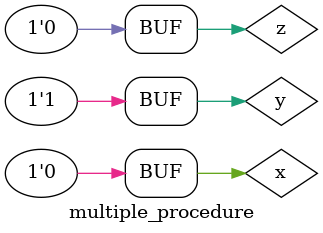
<source format=v>
module multiple_procedure();
  reg x= 1'b0;
  reg y= 1'b1;
  reg z;
  
  // procedure_1
  always @(z) begin
      $display ("\n\t x=%b, y=%b, z=%b", x,y,z);
  end
  
  //procedure_2
  initial begin
      #2;
	  z=x^y;
	  #10;
	  //y=0;
	  z=x|y;
	  #10;
	  z=~z;
	  #10;
  end
endmodule
</source>
